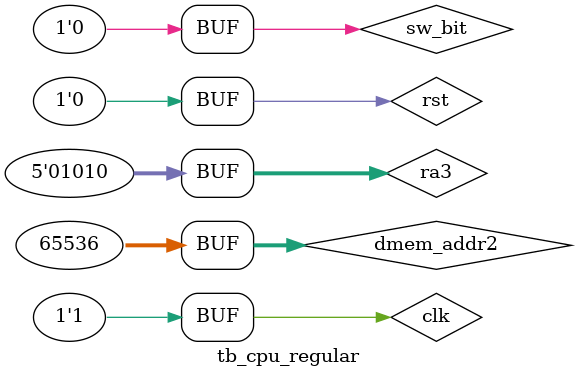
<source format=v>
`timescale 1ns / 1ps

module tb_cpu_regular();

    reg clk;
    reg rst;
    
    reg [31:0] dmem_addr2;
    reg [4:0] ra3;
    
    wire [31:0] rd3;
    wire [31:0] dmem_data2;
    
    reg sw_bit;
    wire [6:0] seg;
    wire [3:0] an;
    
    cpu_top dut (
        .clk(clk),
        .rst(rst),
        .ra3(ra3),
        .sw_bit(sw_bit),
        .seg(seg),
        .an(an)
        );
    
    always begin
        clk = 0; #7.75;
        clk = 1; #7.75;
    end
    
    initial begin
        $monitor("%0t, %8h, %8h", $time, dmem_addr2, dmem_data2);
        #2;
        ra3 = 10; sw_bit = 0; rst = 1; #20;
        rst = 0;
        
        dmem_addr2 = 32'h00010000; #20;
    end

endmodule

</source>
